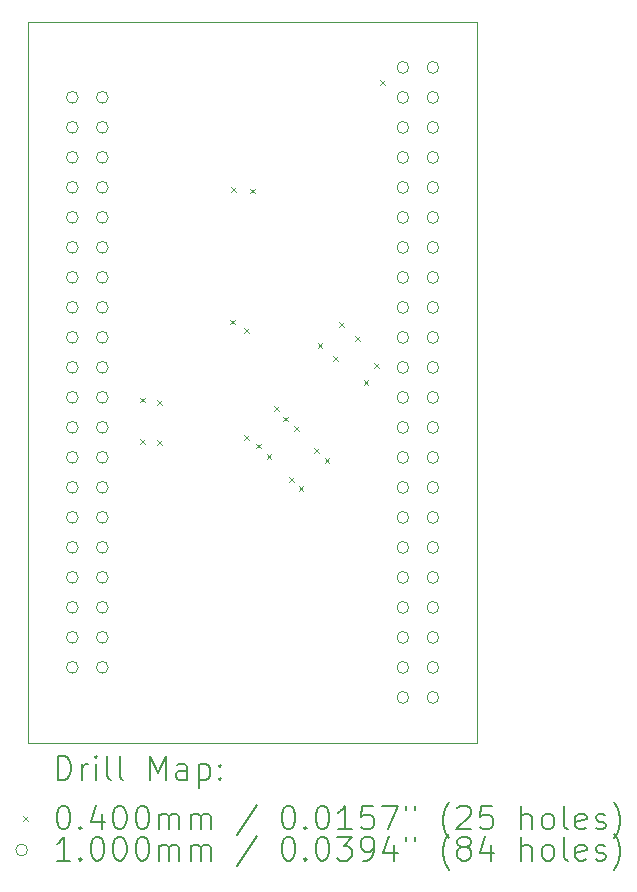
<source format=gbr>
%FSLAX45Y45*%
G04 Gerber Fmt 4.5, Leading zero omitted, Abs format (unit mm)*
G04 Created by KiCad (PCBNEW (6.0.5)) date 2024-01-21 10:02:14*
%MOMM*%
%LPD*%
G01*
G04 APERTURE LIST*
%TA.AperFunction,Profile*%
%ADD10C,0.100000*%
%TD*%
%ADD11C,0.200000*%
%ADD12C,0.040000*%
%ADD13C,0.100000*%
G04 APERTURE END LIST*
D10*
X13200000Y-6900000D02*
X17000000Y-6900000D01*
X17000000Y-6900000D02*
X17000000Y-13000000D01*
X17000000Y-13000000D02*
X13200000Y-13000000D01*
X13200000Y-13000000D02*
X13200000Y-6900000D01*
D11*
D12*
X14150000Y-10080000D02*
X14190000Y-10120000D01*
X14190000Y-10080000D02*
X14150000Y-10120000D01*
X14150000Y-10430000D02*
X14190000Y-10470000D01*
X14190000Y-10430000D02*
X14150000Y-10470000D01*
X14290000Y-10100000D02*
X14330000Y-10140000D01*
X14330000Y-10100000D02*
X14290000Y-10140000D01*
X14290000Y-10440000D02*
X14330000Y-10480000D01*
X14330000Y-10440000D02*
X14290000Y-10480000D01*
X14910000Y-9420000D02*
X14950000Y-9460000D01*
X14950000Y-9420000D02*
X14910000Y-9460000D01*
X14920000Y-8300000D02*
X14960000Y-8340000D01*
X14960000Y-8300000D02*
X14920000Y-8340000D01*
X15030000Y-9490000D02*
X15070000Y-9530000D01*
X15070000Y-9490000D02*
X15030000Y-9530000D01*
X15030000Y-10400000D02*
X15070000Y-10440000D01*
X15070000Y-10400000D02*
X15030000Y-10440000D01*
X15080000Y-8310000D02*
X15120000Y-8350000D01*
X15120000Y-8310000D02*
X15080000Y-8350000D01*
X15130000Y-10470000D02*
X15170000Y-10510000D01*
X15170000Y-10470000D02*
X15130000Y-10510000D01*
X15220000Y-10560000D02*
X15260000Y-10600000D01*
X15260000Y-10560000D02*
X15220000Y-10600000D01*
X15280000Y-10150000D02*
X15320000Y-10190000D01*
X15320000Y-10150000D02*
X15280000Y-10190000D01*
X15360000Y-10240000D02*
X15400000Y-10280000D01*
X15400000Y-10240000D02*
X15360000Y-10280000D01*
X15410000Y-10750000D02*
X15450000Y-10790000D01*
X15450000Y-10750000D02*
X15410000Y-10790000D01*
X15450000Y-10320000D02*
X15490000Y-10360000D01*
X15490000Y-10320000D02*
X15450000Y-10360000D01*
X15490000Y-10830000D02*
X15530000Y-10870000D01*
X15530000Y-10830000D02*
X15490000Y-10870000D01*
X15620000Y-10510000D02*
X15660000Y-10550000D01*
X15660000Y-10510000D02*
X15620000Y-10550000D01*
X15650000Y-9620000D02*
X15690000Y-9660000D01*
X15690000Y-9620000D02*
X15650000Y-9660000D01*
X15710000Y-10590000D02*
X15750000Y-10630000D01*
X15750000Y-10590000D02*
X15710000Y-10630000D01*
X15780000Y-9730000D02*
X15820000Y-9770000D01*
X15820000Y-9730000D02*
X15780000Y-9770000D01*
X15830000Y-9440000D02*
X15870000Y-9480000D01*
X15870000Y-9440000D02*
X15830000Y-9480000D01*
X15970000Y-9560000D02*
X16010000Y-9600000D01*
X16010000Y-9560000D02*
X15970000Y-9600000D01*
X16040000Y-9930000D02*
X16080000Y-9970000D01*
X16080000Y-9930000D02*
X16040000Y-9970000D01*
X16130000Y-9790000D02*
X16170000Y-9830000D01*
X16170000Y-9790000D02*
X16130000Y-9830000D01*
X16180000Y-7390000D02*
X16220000Y-7430000D01*
X16220000Y-7390000D02*
X16180000Y-7430000D01*
D13*
X13623000Y-7537000D02*
G75*
G03*
X13623000Y-7537000I-50000J0D01*
G01*
X13623000Y-7791000D02*
G75*
G03*
X13623000Y-7791000I-50000J0D01*
G01*
X13623000Y-8045000D02*
G75*
G03*
X13623000Y-8045000I-50000J0D01*
G01*
X13623000Y-8299000D02*
G75*
G03*
X13623000Y-8299000I-50000J0D01*
G01*
X13623000Y-8553000D02*
G75*
G03*
X13623000Y-8553000I-50000J0D01*
G01*
X13623000Y-8807000D02*
G75*
G03*
X13623000Y-8807000I-50000J0D01*
G01*
X13623000Y-9061000D02*
G75*
G03*
X13623000Y-9061000I-50000J0D01*
G01*
X13623000Y-9315000D02*
G75*
G03*
X13623000Y-9315000I-50000J0D01*
G01*
X13623000Y-9569000D02*
G75*
G03*
X13623000Y-9569000I-50000J0D01*
G01*
X13623000Y-9823000D02*
G75*
G03*
X13623000Y-9823000I-50000J0D01*
G01*
X13623000Y-10077000D02*
G75*
G03*
X13623000Y-10077000I-50000J0D01*
G01*
X13623000Y-10331000D02*
G75*
G03*
X13623000Y-10331000I-50000J0D01*
G01*
X13623000Y-10585000D02*
G75*
G03*
X13623000Y-10585000I-50000J0D01*
G01*
X13623000Y-10839000D02*
G75*
G03*
X13623000Y-10839000I-50000J0D01*
G01*
X13623000Y-11093000D02*
G75*
G03*
X13623000Y-11093000I-50000J0D01*
G01*
X13623000Y-11347000D02*
G75*
G03*
X13623000Y-11347000I-50000J0D01*
G01*
X13623000Y-11601000D02*
G75*
G03*
X13623000Y-11601000I-50000J0D01*
G01*
X13623000Y-11855000D02*
G75*
G03*
X13623000Y-11855000I-50000J0D01*
G01*
X13623000Y-12109000D02*
G75*
G03*
X13623000Y-12109000I-50000J0D01*
G01*
X13623000Y-12363000D02*
G75*
G03*
X13623000Y-12363000I-50000J0D01*
G01*
X13877000Y-7537000D02*
G75*
G03*
X13877000Y-7537000I-50000J0D01*
G01*
X13877000Y-7791000D02*
G75*
G03*
X13877000Y-7791000I-50000J0D01*
G01*
X13877000Y-8045000D02*
G75*
G03*
X13877000Y-8045000I-50000J0D01*
G01*
X13877000Y-8299000D02*
G75*
G03*
X13877000Y-8299000I-50000J0D01*
G01*
X13877000Y-8553000D02*
G75*
G03*
X13877000Y-8553000I-50000J0D01*
G01*
X13877000Y-8807000D02*
G75*
G03*
X13877000Y-8807000I-50000J0D01*
G01*
X13877000Y-9061000D02*
G75*
G03*
X13877000Y-9061000I-50000J0D01*
G01*
X13877000Y-9315000D02*
G75*
G03*
X13877000Y-9315000I-50000J0D01*
G01*
X13877000Y-9569000D02*
G75*
G03*
X13877000Y-9569000I-50000J0D01*
G01*
X13877000Y-9823000D02*
G75*
G03*
X13877000Y-9823000I-50000J0D01*
G01*
X13877000Y-10077000D02*
G75*
G03*
X13877000Y-10077000I-50000J0D01*
G01*
X13877000Y-10331000D02*
G75*
G03*
X13877000Y-10331000I-50000J0D01*
G01*
X13877000Y-10585000D02*
G75*
G03*
X13877000Y-10585000I-50000J0D01*
G01*
X13877000Y-10839000D02*
G75*
G03*
X13877000Y-10839000I-50000J0D01*
G01*
X13877000Y-11093000D02*
G75*
G03*
X13877000Y-11093000I-50000J0D01*
G01*
X13877000Y-11347000D02*
G75*
G03*
X13877000Y-11347000I-50000J0D01*
G01*
X13877000Y-11601000D02*
G75*
G03*
X13877000Y-11601000I-50000J0D01*
G01*
X13877000Y-11855000D02*
G75*
G03*
X13877000Y-11855000I-50000J0D01*
G01*
X13877000Y-12109000D02*
G75*
G03*
X13877000Y-12109000I-50000J0D01*
G01*
X13877000Y-12363000D02*
G75*
G03*
X13877000Y-12363000I-50000J0D01*
G01*
X16422500Y-7283500D02*
G75*
G03*
X16422500Y-7283500I-50000J0D01*
G01*
X16422500Y-7537500D02*
G75*
G03*
X16422500Y-7537500I-50000J0D01*
G01*
X16422500Y-7791500D02*
G75*
G03*
X16422500Y-7791500I-50000J0D01*
G01*
X16422500Y-8045500D02*
G75*
G03*
X16422500Y-8045500I-50000J0D01*
G01*
X16422500Y-8299500D02*
G75*
G03*
X16422500Y-8299500I-50000J0D01*
G01*
X16422500Y-8553500D02*
G75*
G03*
X16422500Y-8553500I-50000J0D01*
G01*
X16422500Y-8807500D02*
G75*
G03*
X16422500Y-8807500I-50000J0D01*
G01*
X16422500Y-9061500D02*
G75*
G03*
X16422500Y-9061500I-50000J0D01*
G01*
X16422500Y-9315500D02*
G75*
G03*
X16422500Y-9315500I-50000J0D01*
G01*
X16422500Y-9569500D02*
G75*
G03*
X16422500Y-9569500I-50000J0D01*
G01*
X16422500Y-9823500D02*
G75*
G03*
X16422500Y-9823500I-50000J0D01*
G01*
X16422500Y-10077500D02*
G75*
G03*
X16422500Y-10077500I-50000J0D01*
G01*
X16422500Y-10331500D02*
G75*
G03*
X16422500Y-10331500I-50000J0D01*
G01*
X16422500Y-10585500D02*
G75*
G03*
X16422500Y-10585500I-50000J0D01*
G01*
X16422500Y-10839500D02*
G75*
G03*
X16422500Y-10839500I-50000J0D01*
G01*
X16422500Y-11093500D02*
G75*
G03*
X16422500Y-11093500I-50000J0D01*
G01*
X16422500Y-11347500D02*
G75*
G03*
X16422500Y-11347500I-50000J0D01*
G01*
X16422500Y-11601500D02*
G75*
G03*
X16422500Y-11601500I-50000J0D01*
G01*
X16422500Y-11855500D02*
G75*
G03*
X16422500Y-11855500I-50000J0D01*
G01*
X16422500Y-12109500D02*
G75*
G03*
X16422500Y-12109500I-50000J0D01*
G01*
X16422500Y-12363500D02*
G75*
G03*
X16422500Y-12363500I-50000J0D01*
G01*
X16422500Y-12617500D02*
G75*
G03*
X16422500Y-12617500I-50000J0D01*
G01*
X16676500Y-7283500D02*
G75*
G03*
X16676500Y-7283500I-50000J0D01*
G01*
X16676500Y-7537500D02*
G75*
G03*
X16676500Y-7537500I-50000J0D01*
G01*
X16676500Y-7791500D02*
G75*
G03*
X16676500Y-7791500I-50000J0D01*
G01*
X16676500Y-8045500D02*
G75*
G03*
X16676500Y-8045500I-50000J0D01*
G01*
X16676500Y-8299500D02*
G75*
G03*
X16676500Y-8299500I-50000J0D01*
G01*
X16676500Y-8553500D02*
G75*
G03*
X16676500Y-8553500I-50000J0D01*
G01*
X16676500Y-8807500D02*
G75*
G03*
X16676500Y-8807500I-50000J0D01*
G01*
X16676500Y-9061500D02*
G75*
G03*
X16676500Y-9061500I-50000J0D01*
G01*
X16676500Y-9315500D02*
G75*
G03*
X16676500Y-9315500I-50000J0D01*
G01*
X16676500Y-9569500D02*
G75*
G03*
X16676500Y-9569500I-50000J0D01*
G01*
X16676500Y-9823500D02*
G75*
G03*
X16676500Y-9823500I-50000J0D01*
G01*
X16676500Y-10077500D02*
G75*
G03*
X16676500Y-10077500I-50000J0D01*
G01*
X16676500Y-10331500D02*
G75*
G03*
X16676500Y-10331500I-50000J0D01*
G01*
X16676500Y-10585500D02*
G75*
G03*
X16676500Y-10585500I-50000J0D01*
G01*
X16676500Y-10839500D02*
G75*
G03*
X16676500Y-10839500I-50000J0D01*
G01*
X16676500Y-11093500D02*
G75*
G03*
X16676500Y-11093500I-50000J0D01*
G01*
X16676500Y-11347500D02*
G75*
G03*
X16676500Y-11347500I-50000J0D01*
G01*
X16676500Y-11601500D02*
G75*
G03*
X16676500Y-11601500I-50000J0D01*
G01*
X16676500Y-11855500D02*
G75*
G03*
X16676500Y-11855500I-50000J0D01*
G01*
X16676500Y-12109500D02*
G75*
G03*
X16676500Y-12109500I-50000J0D01*
G01*
X16676500Y-12363500D02*
G75*
G03*
X16676500Y-12363500I-50000J0D01*
G01*
X16676500Y-12617500D02*
G75*
G03*
X16676500Y-12617500I-50000J0D01*
G01*
D11*
X13452619Y-13315476D02*
X13452619Y-13115476D01*
X13500238Y-13115476D01*
X13528809Y-13125000D01*
X13547857Y-13144048D01*
X13557381Y-13163095D01*
X13566905Y-13201190D01*
X13566905Y-13229762D01*
X13557381Y-13267857D01*
X13547857Y-13286905D01*
X13528809Y-13305952D01*
X13500238Y-13315476D01*
X13452619Y-13315476D01*
X13652619Y-13315476D02*
X13652619Y-13182143D01*
X13652619Y-13220238D02*
X13662143Y-13201190D01*
X13671667Y-13191667D01*
X13690714Y-13182143D01*
X13709762Y-13182143D01*
X13776428Y-13315476D02*
X13776428Y-13182143D01*
X13776428Y-13115476D02*
X13766905Y-13125000D01*
X13776428Y-13134524D01*
X13785952Y-13125000D01*
X13776428Y-13115476D01*
X13776428Y-13134524D01*
X13900238Y-13315476D02*
X13881190Y-13305952D01*
X13871667Y-13286905D01*
X13871667Y-13115476D01*
X14005000Y-13315476D02*
X13985952Y-13305952D01*
X13976428Y-13286905D01*
X13976428Y-13115476D01*
X14233571Y-13315476D02*
X14233571Y-13115476D01*
X14300238Y-13258333D01*
X14366905Y-13115476D01*
X14366905Y-13315476D01*
X14547857Y-13315476D02*
X14547857Y-13210714D01*
X14538333Y-13191667D01*
X14519286Y-13182143D01*
X14481190Y-13182143D01*
X14462143Y-13191667D01*
X14547857Y-13305952D02*
X14528809Y-13315476D01*
X14481190Y-13315476D01*
X14462143Y-13305952D01*
X14452619Y-13286905D01*
X14452619Y-13267857D01*
X14462143Y-13248809D01*
X14481190Y-13239286D01*
X14528809Y-13239286D01*
X14547857Y-13229762D01*
X14643095Y-13182143D02*
X14643095Y-13382143D01*
X14643095Y-13191667D02*
X14662143Y-13182143D01*
X14700238Y-13182143D01*
X14719286Y-13191667D01*
X14728809Y-13201190D01*
X14738333Y-13220238D01*
X14738333Y-13277381D01*
X14728809Y-13296428D01*
X14719286Y-13305952D01*
X14700238Y-13315476D01*
X14662143Y-13315476D01*
X14643095Y-13305952D01*
X14824048Y-13296428D02*
X14833571Y-13305952D01*
X14824048Y-13315476D01*
X14814524Y-13305952D01*
X14824048Y-13296428D01*
X14824048Y-13315476D01*
X14824048Y-13191667D02*
X14833571Y-13201190D01*
X14824048Y-13210714D01*
X14814524Y-13201190D01*
X14824048Y-13191667D01*
X14824048Y-13210714D01*
D12*
X13155000Y-13625000D02*
X13195000Y-13665000D01*
X13195000Y-13625000D02*
X13155000Y-13665000D01*
D11*
X13490714Y-13535476D02*
X13509762Y-13535476D01*
X13528809Y-13545000D01*
X13538333Y-13554524D01*
X13547857Y-13573571D01*
X13557381Y-13611667D01*
X13557381Y-13659286D01*
X13547857Y-13697381D01*
X13538333Y-13716428D01*
X13528809Y-13725952D01*
X13509762Y-13735476D01*
X13490714Y-13735476D01*
X13471667Y-13725952D01*
X13462143Y-13716428D01*
X13452619Y-13697381D01*
X13443095Y-13659286D01*
X13443095Y-13611667D01*
X13452619Y-13573571D01*
X13462143Y-13554524D01*
X13471667Y-13545000D01*
X13490714Y-13535476D01*
X13643095Y-13716428D02*
X13652619Y-13725952D01*
X13643095Y-13735476D01*
X13633571Y-13725952D01*
X13643095Y-13716428D01*
X13643095Y-13735476D01*
X13824048Y-13602143D02*
X13824048Y-13735476D01*
X13776428Y-13525952D02*
X13728809Y-13668809D01*
X13852619Y-13668809D01*
X13966905Y-13535476D02*
X13985952Y-13535476D01*
X14005000Y-13545000D01*
X14014524Y-13554524D01*
X14024048Y-13573571D01*
X14033571Y-13611667D01*
X14033571Y-13659286D01*
X14024048Y-13697381D01*
X14014524Y-13716428D01*
X14005000Y-13725952D01*
X13985952Y-13735476D01*
X13966905Y-13735476D01*
X13947857Y-13725952D01*
X13938333Y-13716428D01*
X13928809Y-13697381D01*
X13919286Y-13659286D01*
X13919286Y-13611667D01*
X13928809Y-13573571D01*
X13938333Y-13554524D01*
X13947857Y-13545000D01*
X13966905Y-13535476D01*
X14157381Y-13535476D02*
X14176428Y-13535476D01*
X14195476Y-13545000D01*
X14205000Y-13554524D01*
X14214524Y-13573571D01*
X14224048Y-13611667D01*
X14224048Y-13659286D01*
X14214524Y-13697381D01*
X14205000Y-13716428D01*
X14195476Y-13725952D01*
X14176428Y-13735476D01*
X14157381Y-13735476D01*
X14138333Y-13725952D01*
X14128809Y-13716428D01*
X14119286Y-13697381D01*
X14109762Y-13659286D01*
X14109762Y-13611667D01*
X14119286Y-13573571D01*
X14128809Y-13554524D01*
X14138333Y-13545000D01*
X14157381Y-13535476D01*
X14309762Y-13735476D02*
X14309762Y-13602143D01*
X14309762Y-13621190D02*
X14319286Y-13611667D01*
X14338333Y-13602143D01*
X14366905Y-13602143D01*
X14385952Y-13611667D01*
X14395476Y-13630714D01*
X14395476Y-13735476D01*
X14395476Y-13630714D02*
X14405000Y-13611667D01*
X14424048Y-13602143D01*
X14452619Y-13602143D01*
X14471667Y-13611667D01*
X14481190Y-13630714D01*
X14481190Y-13735476D01*
X14576428Y-13735476D02*
X14576428Y-13602143D01*
X14576428Y-13621190D02*
X14585952Y-13611667D01*
X14605000Y-13602143D01*
X14633571Y-13602143D01*
X14652619Y-13611667D01*
X14662143Y-13630714D01*
X14662143Y-13735476D01*
X14662143Y-13630714D02*
X14671667Y-13611667D01*
X14690714Y-13602143D01*
X14719286Y-13602143D01*
X14738333Y-13611667D01*
X14747857Y-13630714D01*
X14747857Y-13735476D01*
X15138333Y-13525952D02*
X14966905Y-13783095D01*
X15395476Y-13535476D02*
X15414524Y-13535476D01*
X15433571Y-13545000D01*
X15443095Y-13554524D01*
X15452619Y-13573571D01*
X15462143Y-13611667D01*
X15462143Y-13659286D01*
X15452619Y-13697381D01*
X15443095Y-13716428D01*
X15433571Y-13725952D01*
X15414524Y-13735476D01*
X15395476Y-13735476D01*
X15376428Y-13725952D01*
X15366905Y-13716428D01*
X15357381Y-13697381D01*
X15347857Y-13659286D01*
X15347857Y-13611667D01*
X15357381Y-13573571D01*
X15366905Y-13554524D01*
X15376428Y-13545000D01*
X15395476Y-13535476D01*
X15547857Y-13716428D02*
X15557381Y-13725952D01*
X15547857Y-13735476D01*
X15538333Y-13725952D01*
X15547857Y-13716428D01*
X15547857Y-13735476D01*
X15681190Y-13535476D02*
X15700238Y-13535476D01*
X15719286Y-13545000D01*
X15728809Y-13554524D01*
X15738333Y-13573571D01*
X15747857Y-13611667D01*
X15747857Y-13659286D01*
X15738333Y-13697381D01*
X15728809Y-13716428D01*
X15719286Y-13725952D01*
X15700238Y-13735476D01*
X15681190Y-13735476D01*
X15662143Y-13725952D01*
X15652619Y-13716428D01*
X15643095Y-13697381D01*
X15633571Y-13659286D01*
X15633571Y-13611667D01*
X15643095Y-13573571D01*
X15652619Y-13554524D01*
X15662143Y-13545000D01*
X15681190Y-13535476D01*
X15938333Y-13735476D02*
X15824048Y-13735476D01*
X15881190Y-13735476D02*
X15881190Y-13535476D01*
X15862143Y-13564048D01*
X15843095Y-13583095D01*
X15824048Y-13592619D01*
X16119286Y-13535476D02*
X16024048Y-13535476D01*
X16014524Y-13630714D01*
X16024048Y-13621190D01*
X16043095Y-13611667D01*
X16090714Y-13611667D01*
X16109762Y-13621190D01*
X16119286Y-13630714D01*
X16128809Y-13649762D01*
X16128809Y-13697381D01*
X16119286Y-13716428D01*
X16109762Y-13725952D01*
X16090714Y-13735476D01*
X16043095Y-13735476D01*
X16024048Y-13725952D01*
X16014524Y-13716428D01*
X16195476Y-13535476D02*
X16328809Y-13535476D01*
X16243095Y-13735476D01*
X16395476Y-13535476D02*
X16395476Y-13573571D01*
X16471667Y-13535476D02*
X16471667Y-13573571D01*
X16766905Y-13811667D02*
X16757381Y-13802143D01*
X16738333Y-13773571D01*
X16728809Y-13754524D01*
X16719286Y-13725952D01*
X16709762Y-13678333D01*
X16709762Y-13640238D01*
X16719286Y-13592619D01*
X16728809Y-13564048D01*
X16738333Y-13545000D01*
X16757381Y-13516428D01*
X16766905Y-13506905D01*
X16833571Y-13554524D02*
X16843095Y-13545000D01*
X16862143Y-13535476D01*
X16909762Y-13535476D01*
X16928810Y-13545000D01*
X16938333Y-13554524D01*
X16947857Y-13573571D01*
X16947857Y-13592619D01*
X16938333Y-13621190D01*
X16824048Y-13735476D01*
X16947857Y-13735476D01*
X17128810Y-13535476D02*
X17033571Y-13535476D01*
X17024048Y-13630714D01*
X17033571Y-13621190D01*
X17052619Y-13611667D01*
X17100238Y-13611667D01*
X17119286Y-13621190D01*
X17128810Y-13630714D01*
X17138333Y-13649762D01*
X17138333Y-13697381D01*
X17128810Y-13716428D01*
X17119286Y-13725952D01*
X17100238Y-13735476D01*
X17052619Y-13735476D01*
X17033571Y-13725952D01*
X17024048Y-13716428D01*
X17376429Y-13735476D02*
X17376429Y-13535476D01*
X17462143Y-13735476D02*
X17462143Y-13630714D01*
X17452619Y-13611667D01*
X17433571Y-13602143D01*
X17405000Y-13602143D01*
X17385952Y-13611667D01*
X17376429Y-13621190D01*
X17585952Y-13735476D02*
X17566905Y-13725952D01*
X17557381Y-13716428D01*
X17547857Y-13697381D01*
X17547857Y-13640238D01*
X17557381Y-13621190D01*
X17566905Y-13611667D01*
X17585952Y-13602143D01*
X17614524Y-13602143D01*
X17633571Y-13611667D01*
X17643095Y-13621190D01*
X17652619Y-13640238D01*
X17652619Y-13697381D01*
X17643095Y-13716428D01*
X17633571Y-13725952D01*
X17614524Y-13735476D01*
X17585952Y-13735476D01*
X17766905Y-13735476D02*
X17747857Y-13725952D01*
X17738333Y-13706905D01*
X17738333Y-13535476D01*
X17919286Y-13725952D02*
X17900238Y-13735476D01*
X17862143Y-13735476D01*
X17843095Y-13725952D01*
X17833571Y-13706905D01*
X17833571Y-13630714D01*
X17843095Y-13611667D01*
X17862143Y-13602143D01*
X17900238Y-13602143D01*
X17919286Y-13611667D01*
X17928810Y-13630714D01*
X17928810Y-13649762D01*
X17833571Y-13668809D01*
X18005000Y-13725952D02*
X18024048Y-13735476D01*
X18062143Y-13735476D01*
X18081190Y-13725952D01*
X18090714Y-13706905D01*
X18090714Y-13697381D01*
X18081190Y-13678333D01*
X18062143Y-13668809D01*
X18033571Y-13668809D01*
X18014524Y-13659286D01*
X18005000Y-13640238D01*
X18005000Y-13630714D01*
X18014524Y-13611667D01*
X18033571Y-13602143D01*
X18062143Y-13602143D01*
X18081190Y-13611667D01*
X18157381Y-13811667D02*
X18166905Y-13802143D01*
X18185952Y-13773571D01*
X18195476Y-13754524D01*
X18205000Y-13725952D01*
X18214524Y-13678333D01*
X18214524Y-13640238D01*
X18205000Y-13592619D01*
X18195476Y-13564048D01*
X18185952Y-13545000D01*
X18166905Y-13516428D01*
X18157381Y-13506905D01*
D13*
X13195000Y-13909000D02*
G75*
G03*
X13195000Y-13909000I-50000J0D01*
G01*
D11*
X13557381Y-13999476D02*
X13443095Y-13999476D01*
X13500238Y-13999476D02*
X13500238Y-13799476D01*
X13481190Y-13828048D01*
X13462143Y-13847095D01*
X13443095Y-13856619D01*
X13643095Y-13980428D02*
X13652619Y-13989952D01*
X13643095Y-13999476D01*
X13633571Y-13989952D01*
X13643095Y-13980428D01*
X13643095Y-13999476D01*
X13776428Y-13799476D02*
X13795476Y-13799476D01*
X13814524Y-13809000D01*
X13824048Y-13818524D01*
X13833571Y-13837571D01*
X13843095Y-13875667D01*
X13843095Y-13923286D01*
X13833571Y-13961381D01*
X13824048Y-13980428D01*
X13814524Y-13989952D01*
X13795476Y-13999476D01*
X13776428Y-13999476D01*
X13757381Y-13989952D01*
X13747857Y-13980428D01*
X13738333Y-13961381D01*
X13728809Y-13923286D01*
X13728809Y-13875667D01*
X13738333Y-13837571D01*
X13747857Y-13818524D01*
X13757381Y-13809000D01*
X13776428Y-13799476D01*
X13966905Y-13799476D02*
X13985952Y-13799476D01*
X14005000Y-13809000D01*
X14014524Y-13818524D01*
X14024048Y-13837571D01*
X14033571Y-13875667D01*
X14033571Y-13923286D01*
X14024048Y-13961381D01*
X14014524Y-13980428D01*
X14005000Y-13989952D01*
X13985952Y-13999476D01*
X13966905Y-13999476D01*
X13947857Y-13989952D01*
X13938333Y-13980428D01*
X13928809Y-13961381D01*
X13919286Y-13923286D01*
X13919286Y-13875667D01*
X13928809Y-13837571D01*
X13938333Y-13818524D01*
X13947857Y-13809000D01*
X13966905Y-13799476D01*
X14157381Y-13799476D02*
X14176428Y-13799476D01*
X14195476Y-13809000D01*
X14205000Y-13818524D01*
X14214524Y-13837571D01*
X14224048Y-13875667D01*
X14224048Y-13923286D01*
X14214524Y-13961381D01*
X14205000Y-13980428D01*
X14195476Y-13989952D01*
X14176428Y-13999476D01*
X14157381Y-13999476D01*
X14138333Y-13989952D01*
X14128809Y-13980428D01*
X14119286Y-13961381D01*
X14109762Y-13923286D01*
X14109762Y-13875667D01*
X14119286Y-13837571D01*
X14128809Y-13818524D01*
X14138333Y-13809000D01*
X14157381Y-13799476D01*
X14309762Y-13999476D02*
X14309762Y-13866143D01*
X14309762Y-13885190D02*
X14319286Y-13875667D01*
X14338333Y-13866143D01*
X14366905Y-13866143D01*
X14385952Y-13875667D01*
X14395476Y-13894714D01*
X14395476Y-13999476D01*
X14395476Y-13894714D02*
X14405000Y-13875667D01*
X14424048Y-13866143D01*
X14452619Y-13866143D01*
X14471667Y-13875667D01*
X14481190Y-13894714D01*
X14481190Y-13999476D01*
X14576428Y-13999476D02*
X14576428Y-13866143D01*
X14576428Y-13885190D02*
X14585952Y-13875667D01*
X14605000Y-13866143D01*
X14633571Y-13866143D01*
X14652619Y-13875667D01*
X14662143Y-13894714D01*
X14662143Y-13999476D01*
X14662143Y-13894714D02*
X14671667Y-13875667D01*
X14690714Y-13866143D01*
X14719286Y-13866143D01*
X14738333Y-13875667D01*
X14747857Y-13894714D01*
X14747857Y-13999476D01*
X15138333Y-13789952D02*
X14966905Y-14047095D01*
X15395476Y-13799476D02*
X15414524Y-13799476D01*
X15433571Y-13809000D01*
X15443095Y-13818524D01*
X15452619Y-13837571D01*
X15462143Y-13875667D01*
X15462143Y-13923286D01*
X15452619Y-13961381D01*
X15443095Y-13980428D01*
X15433571Y-13989952D01*
X15414524Y-13999476D01*
X15395476Y-13999476D01*
X15376428Y-13989952D01*
X15366905Y-13980428D01*
X15357381Y-13961381D01*
X15347857Y-13923286D01*
X15347857Y-13875667D01*
X15357381Y-13837571D01*
X15366905Y-13818524D01*
X15376428Y-13809000D01*
X15395476Y-13799476D01*
X15547857Y-13980428D02*
X15557381Y-13989952D01*
X15547857Y-13999476D01*
X15538333Y-13989952D01*
X15547857Y-13980428D01*
X15547857Y-13999476D01*
X15681190Y-13799476D02*
X15700238Y-13799476D01*
X15719286Y-13809000D01*
X15728809Y-13818524D01*
X15738333Y-13837571D01*
X15747857Y-13875667D01*
X15747857Y-13923286D01*
X15738333Y-13961381D01*
X15728809Y-13980428D01*
X15719286Y-13989952D01*
X15700238Y-13999476D01*
X15681190Y-13999476D01*
X15662143Y-13989952D01*
X15652619Y-13980428D01*
X15643095Y-13961381D01*
X15633571Y-13923286D01*
X15633571Y-13875667D01*
X15643095Y-13837571D01*
X15652619Y-13818524D01*
X15662143Y-13809000D01*
X15681190Y-13799476D01*
X15814524Y-13799476D02*
X15938333Y-13799476D01*
X15871667Y-13875667D01*
X15900238Y-13875667D01*
X15919286Y-13885190D01*
X15928809Y-13894714D01*
X15938333Y-13913762D01*
X15938333Y-13961381D01*
X15928809Y-13980428D01*
X15919286Y-13989952D01*
X15900238Y-13999476D01*
X15843095Y-13999476D01*
X15824048Y-13989952D01*
X15814524Y-13980428D01*
X16033571Y-13999476D02*
X16071667Y-13999476D01*
X16090714Y-13989952D01*
X16100238Y-13980428D01*
X16119286Y-13951857D01*
X16128809Y-13913762D01*
X16128809Y-13837571D01*
X16119286Y-13818524D01*
X16109762Y-13809000D01*
X16090714Y-13799476D01*
X16052619Y-13799476D01*
X16033571Y-13809000D01*
X16024048Y-13818524D01*
X16014524Y-13837571D01*
X16014524Y-13885190D01*
X16024048Y-13904238D01*
X16033571Y-13913762D01*
X16052619Y-13923286D01*
X16090714Y-13923286D01*
X16109762Y-13913762D01*
X16119286Y-13904238D01*
X16128809Y-13885190D01*
X16300238Y-13866143D02*
X16300238Y-13999476D01*
X16252619Y-13789952D02*
X16205000Y-13932809D01*
X16328809Y-13932809D01*
X16395476Y-13799476D02*
X16395476Y-13837571D01*
X16471667Y-13799476D02*
X16471667Y-13837571D01*
X16766905Y-14075667D02*
X16757381Y-14066143D01*
X16738333Y-14037571D01*
X16728809Y-14018524D01*
X16719286Y-13989952D01*
X16709762Y-13942333D01*
X16709762Y-13904238D01*
X16719286Y-13856619D01*
X16728809Y-13828048D01*
X16738333Y-13809000D01*
X16757381Y-13780428D01*
X16766905Y-13770905D01*
X16871667Y-13885190D02*
X16852619Y-13875667D01*
X16843095Y-13866143D01*
X16833571Y-13847095D01*
X16833571Y-13837571D01*
X16843095Y-13818524D01*
X16852619Y-13809000D01*
X16871667Y-13799476D01*
X16909762Y-13799476D01*
X16928810Y-13809000D01*
X16938333Y-13818524D01*
X16947857Y-13837571D01*
X16947857Y-13847095D01*
X16938333Y-13866143D01*
X16928810Y-13875667D01*
X16909762Y-13885190D01*
X16871667Y-13885190D01*
X16852619Y-13894714D01*
X16843095Y-13904238D01*
X16833571Y-13923286D01*
X16833571Y-13961381D01*
X16843095Y-13980428D01*
X16852619Y-13989952D01*
X16871667Y-13999476D01*
X16909762Y-13999476D01*
X16928810Y-13989952D01*
X16938333Y-13980428D01*
X16947857Y-13961381D01*
X16947857Y-13923286D01*
X16938333Y-13904238D01*
X16928810Y-13894714D01*
X16909762Y-13885190D01*
X17119286Y-13866143D02*
X17119286Y-13999476D01*
X17071667Y-13789952D02*
X17024048Y-13932809D01*
X17147857Y-13932809D01*
X17376429Y-13999476D02*
X17376429Y-13799476D01*
X17462143Y-13999476D02*
X17462143Y-13894714D01*
X17452619Y-13875667D01*
X17433571Y-13866143D01*
X17405000Y-13866143D01*
X17385952Y-13875667D01*
X17376429Y-13885190D01*
X17585952Y-13999476D02*
X17566905Y-13989952D01*
X17557381Y-13980428D01*
X17547857Y-13961381D01*
X17547857Y-13904238D01*
X17557381Y-13885190D01*
X17566905Y-13875667D01*
X17585952Y-13866143D01*
X17614524Y-13866143D01*
X17633571Y-13875667D01*
X17643095Y-13885190D01*
X17652619Y-13904238D01*
X17652619Y-13961381D01*
X17643095Y-13980428D01*
X17633571Y-13989952D01*
X17614524Y-13999476D01*
X17585952Y-13999476D01*
X17766905Y-13999476D02*
X17747857Y-13989952D01*
X17738333Y-13970905D01*
X17738333Y-13799476D01*
X17919286Y-13989952D02*
X17900238Y-13999476D01*
X17862143Y-13999476D01*
X17843095Y-13989952D01*
X17833571Y-13970905D01*
X17833571Y-13894714D01*
X17843095Y-13875667D01*
X17862143Y-13866143D01*
X17900238Y-13866143D01*
X17919286Y-13875667D01*
X17928810Y-13894714D01*
X17928810Y-13913762D01*
X17833571Y-13932809D01*
X18005000Y-13989952D02*
X18024048Y-13999476D01*
X18062143Y-13999476D01*
X18081190Y-13989952D01*
X18090714Y-13970905D01*
X18090714Y-13961381D01*
X18081190Y-13942333D01*
X18062143Y-13932809D01*
X18033571Y-13932809D01*
X18014524Y-13923286D01*
X18005000Y-13904238D01*
X18005000Y-13894714D01*
X18014524Y-13875667D01*
X18033571Y-13866143D01*
X18062143Y-13866143D01*
X18081190Y-13875667D01*
X18157381Y-14075667D02*
X18166905Y-14066143D01*
X18185952Y-14037571D01*
X18195476Y-14018524D01*
X18205000Y-13989952D01*
X18214524Y-13942333D01*
X18214524Y-13904238D01*
X18205000Y-13856619D01*
X18195476Y-13828048D01*
X18185952Y-13809000D01*
X18166905Y-13780428D01*
X18157381Y-13770905D01*
M02*

</source>
